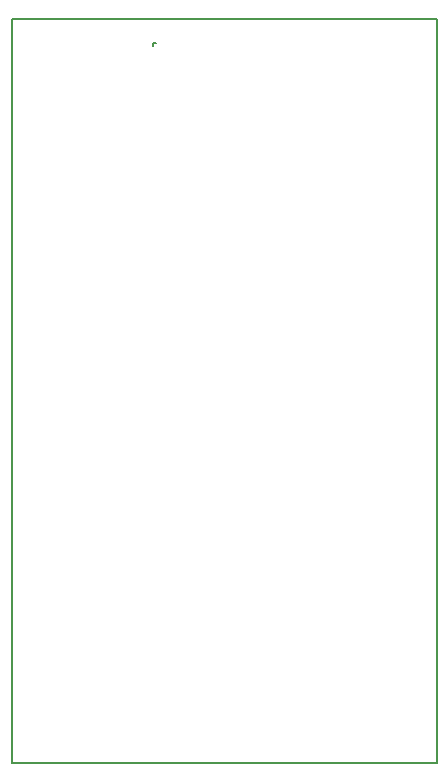
<source format=gbr>
G04 #@! TF.FileFunction,Profile,NP*
%FSLAX46Y46*%
G04 Gerber Fmt 4.6, Leading zero omitted, Abs format (unit mm)*
G04 Created by KiCad (PCBNEW 4.0.7-e2-6376~61~ubuntu18.04.1) date Sat Jul 21 19:55:46 2018*
%MOMM*%
%LPD*%
G01*
G04 APERTURE LIST*
%ADD10C,0.100000*%
%ADD11C,0.150000*%
G04 APERTURE END LIST*
D10*
D11*
X-23750000Y-2000000D02*
X-24000000Y-2000000D01*
X-24000000Y-2000000D02*
X-24000000Y-2250000D01*
X-36000000Y-63000000D02*
X-36000000Y0D01*
X0Y-63000000D02*
X-36000000Y-63000000D01*
X0Y0D02*
X0Y-63000000D01*
X-36000000Y0D02*
X0Y0D01*
M02*

</source>
